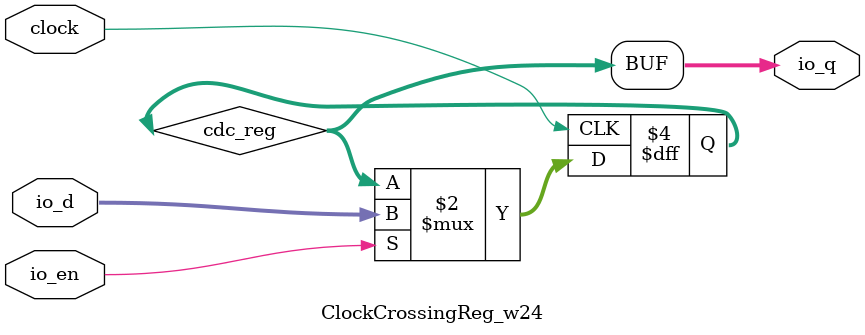
<source format=sv>
`ifndef RANDOMIZE
  `ifdef RANDOMIZE_MEM_INIT
    `define RANDOMIZE
  `endif // RANDOMIZE_MEM_INIT
`endif // not def RANDOMIZE
`ifndef RANDOMIZE
  `ifdef RANDOMIZE_REG_INIT
    `define RANDOMIZE
  `endif // RANDOMIZE_REG_INIT
`endif // not def RANDOMIZE

`ifndef RANDOM
  `define RANDOM $random
`endif // not def RANDOM

// Users can define INIT_RANDOM as general code that gets injected into the
// initializer block for modules with registers.
`ifndef INIT_RANDOM
  `define INIT_RANDOM
`endif // not def INIT_RANDOM

// If using random initialization, you can also define RANDOMIZE_DELAY to
// customize the delay used, otherwise 0.002 is used.
`ifndef RANDOMIZE_DELAY
  `define RANDOMIZE_DELAY 0.002
`endif // not def RANDOMIZE_DELAY

// Define INIT_RANDOM_PROLOG_ for use in our modules below.
`ifndef INIT_RANDOM_PROLOG_
  `ifdef RANDOMIZE
    `ifdef VERILATOR
      `define INIT_RANDOM_PROLOG_ `INIT_RANDOM
    `else  // VERILATOR
      `define INIT_RANDOM_PROLOG_ `INIT_RANDOM #`RANDOMIZE_DELAY begin end
    `endif // VERILATOR
  `else  // RANDOMIZE
    `define INIT_RANDOM_PROLOG_
  `endif // RANDOMIZE
`endif // not def INIT_RANDOM_PROLOG_

// Include register initializers in init blocks unless synthesis is set
`ifndef SYNTHESIS
  `ifndef ENABLE_INITIAL_REG_
    `define ENABLE_INITIAL_REG_
  `endif // not def ENABLE_INITIAL_REG_
`endif // not def SYNTHESIS

// Include rmemory initializers in init blocks unless synthesis is set
`ifndef SYNTHESIS
  `ifndef ENABLE_INITIAL_MEM_
    `define ENABLE_INITIAL_MEM_
  `endif // not def ENABLE_INITIAL_MEM_
`endif // not def SYNTHESIS

// Standard header to adapt well known macros for prints and assertions.

// Users can define 'PRINTF_COND' to add an extra gate to prints.
`ifndef PRINTF_COND_
  `ifdef PRINTF_COND
    `define PRINTF_COND_ (`PRINTF_COND)
  `else  // PRINTF_COND
    `define PRINTF_COND_ 1
  `endif // PRINTF_COND
`endif // not def PRINTF_COND_

// Users can define 'ASSERT_VERBOSE_COND' to add an extra gate to assert error printing.
`ifndef ASSERT_VERBOSE_COND_
  `ifdef ASSERT_VERBOSE_COND
    `define ASSERT_VERBOSE_COND_ (`ASSERT_VERBOSE_COND)
  `else  // ASSERT_VERBOSE_COND
    `define ASSERT_VERBOSE_COND_ 1
  `endif // ASSERT_VERBOSE_COND
`endif // not def ASSERT_VERBOSE_COND_

// Users can define 'STOP_COND' to add an extra gate to stop conditions.
`ifndef STOP_COND_
  `ifdef STOP_COND
    `define STOP_COND_ (`STOP_COND)
  `else  // STOP_COND
    `define STOP_COND_ 1
  `endif // STOP_COND
`endif // not def STOP_COND_

module ClockCrossingReg_w24(
  input         clock,
  input  [23:0] io_d,	// @[generators/rocket-chip/src/main/scala/util/SynchronizerReg.scala:195:14]
  output [23:0] io_q,	// @[generators/rocket-chip/src/main/scala/util/SynchronizerReg.scala:195:14]
  input         io_en	// @[generators/rocket-chip/src/main/scala/util/SynchronizerReg.scala:195:14]
);

  reg [23:0] cdc_reg;	// @[generators/rocket-chip/src/main/scala/util/SynchronizerReg.scala:201:76]
  always @(posedge clock) begin
    if (io_en)	// @[generators/rocket-chip/src/main/scala/util/SynchronizerReg.scala:195:14]
      cdc_reg <= io_d;	// @[generators/rocket-chip/src/main/scala/util/SynchronizerReg.scala:201:76]
  end // always @(posedge)
  `ifdef ENABLE_INITIAL_REG_
    `ifdef FIRRTL_BEFORE_INITIAL
      `FIRRTL_BEFORE_INITIAL
    `endif // FIRRTL_BEFORE_INITIAL
    logic [31:0] _RANDOM[0:0];
    initial begin
      `ifdef INIT_RANDOM_PROLOG_
        `INIT_RANDOM_PROLOG_
      `endif // INIT_RANDOM_PROLOG_
      `ifdef RANDOMIZE_REG_INIT
        _RANDOM[/*Zero width*/ 1'b0] = `RANDOM;
        cdc_reg = _RANDOM[/*Zero width*/ 1'b0][23:0];	// @[generators/rocket-chip/src/main/scala/util/SynchronizerReg.scala:201:76]
      `endif // RANDOMIZE_REG_INIT
    end // initial
    `ifdef FIRRTL_AFTER_INITIAL
      `FIRRTL_AFTER_INITIAL
    `endif // FIRRTL_AFTER_INITIAL
  `endif // ENABLE_INITIAL_REG_
  assign io_q = cdc_reg;	// @[generators/rocket-chip/src/main/scala/util/SynchronizerReg.scala:201:76]
endmodule


</source>
